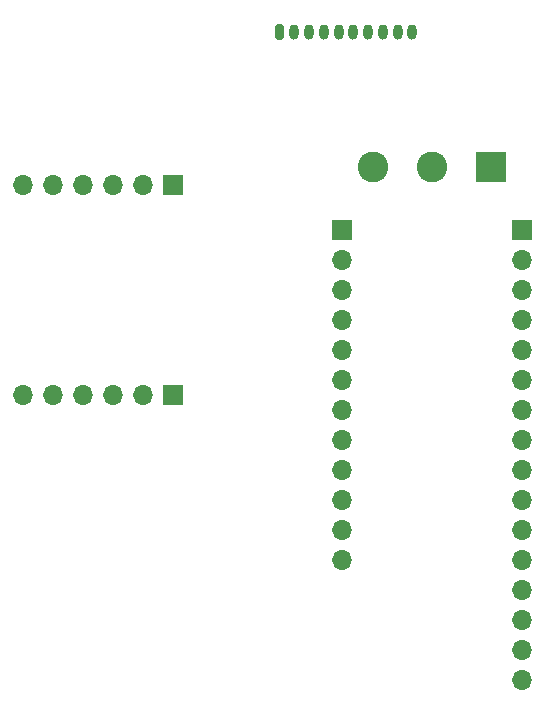
<source format=gbr>
%TF.GenerationSoftware,KiCad,Pcbnew,(5.1.10)-1*%
%TF.CreationDate,2023-08-16T20:39:55-05:00*%
%TF.ProjectId,brs_flight_computer,6272735f-666c-4696-9768-745f636f6d70,A*%
%TF.SameCoordinates,Original*%
%TF.FileFunction,Soldermask,Bot*%
%TF.FilePolarity,Negative*%
%FSLAX46Y46*%
G04 Gerber Fmt 4.6, Leading zero omitted, Abs format (unit mm)*
G04 Created by KiCad (PCBNEW (5.1.10)-1) date 2023-08-16 20:39:55*
%MOMM*%
%LPD*%
G01*
G04 APERTURE LIST*
%ADD10O,1.700000X1.700000*%
%ADD11R,1.700000X1.700000*%
%ADD12C,2.600000*%
%ADD13R,2.600000X2.600000*%
%ADD14O,0.800000X1.300000*%
G04 APERTURE END LIST*
D10*
%TO.C,J6*%
X151609000Y-121920000D03*
X151609000Y-119380000D03*
X151609000Y-116840000D03*
X151609000Y-114300000D03*
X151609000Y-111760000D03*
X151609000Y-109220000D03*
X151609000Y-106680000D03*
X151609000Y-104140000D03*
X151609000Y-101600000D03*
X151609000Y-99060000D03*
X151609000Y-96520000D03*
D11*
X151609000Y-93980000D03*
%TD*%
D12*
%TO.C,J5*%
X154211000Y-88646000D03*
X159211000Y-88646000D03*
D13*
X164211000Y-88646000D03*
%TD*%
D10*
%TO.C,J4*%
X166849000Y-132080000D03*
X166849000Y-129540000D03*
X166849000Y-127000000D03*
X166849000Y-124460000D03*
X166849000Y-121920000D03*
X166849000Y-119380000D03*
X166849000Y-116840000D03*
X166849000Y-114300000D03*
X166849000Y-111760000D03*
X166849000Y-109220000D03*
X166849000Y-106680000D03*
X166849000Y-104140000D03*
X166849000Y-101600000D03*
X166849000Y-99060000D03*
X166849000Y-96520000D03*
D11*
X166849000Y-93980000D03*
%TD*%
D14*
%TO.C,J3*%
X157554000Y-77216000D03*
X156304000Y-77216000D03*
X155054000Y-77216000D03*
X153804000Y-77216000D03*
X152554000Y-77216000D03*
X151304000Y-77216000D03*
X150054000Y-77216000D03*
X148804000Y-77216000D03*
X147554000Y-77216000D03*
G36*
G01*
X145904000Y-77666000D02*
X145904000Y-76766000D01*
G75*
G02*
X146104000Y-76566000I200000J0D01*
G01*
X146504000Y-76566000D01*
G75*
G02*
X146704000Y-76766000I0J-200000D01*
G01*
X146704000Y-77666000D01*
G75*
G02*
X146504000Y-77866000I-200000J0D01*
G01*
X146104000Y-77866000D01*
G75*
G02*
X145904000Y-77666000I0J200000D01*
G01*
G37*
%TD*%
D10*
%TO.C,J2*%
X124587000Y-90170000D03*
X127127000Y-90170000D03*
X129667000Y-90170000D03*
X132207000Y-90170000D03*
X134747000Y-90170000D03*
D11*
X137287000Y-90170000D03*
%TD*%
D10*
%TO.C,J1*%
X124587000Y-107950000D03*
X127127000Y-107950000D03*
X129667000Y-107950000D03*
X132207000Y-107950000D03*
X134747000Y-107950000D03*
D11*
X137287000Y-107950000D03*
%TD*%
M02*

</source>
